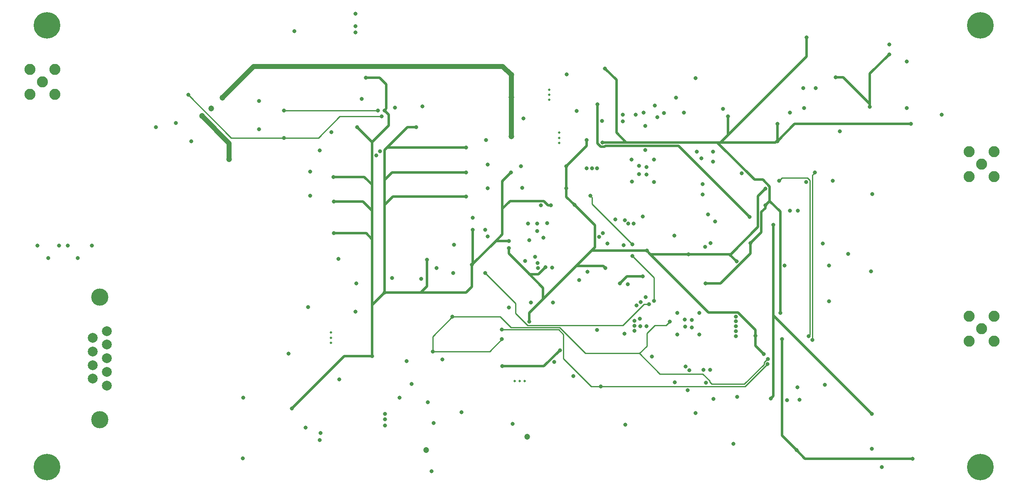
<source format=gbr>
G04 #@! TF.GenerationSoftware,KiCad,Pcbnew,(5.1.2)-1*
G04 #@! TF.CreationDate,2019-08-22T15:05:39-05:00*
G04 #@! TF.ProjectId,EMI_sensor_control_Rev1.0,454d495f-7365-46e7-936f-725f636f6e74,rev?*
G04 #@! TF.SameCoordinates,Original*
G04 #@! TF.FileFunction,Copper,L2,Inr*
G04 #@! TF.FilePolarity,Positive*
%FSLAX46Y46*%
G04 Gerber Fmt 4.6, Leading zero omitted, Abs format (unit mm)*
G04 Created by KiCad (PCBNEW (5.1.2)-1) date 2019-08-22 15:05:39*
%MOMM*%
%LPD*%
G04 APERTURE LIST*
%ADD10C,0.800000*%
%ADD11C,5.400000*%
%ADD12C,2.250000*%
%ADD13C,2.000000*%
%ADD14C,3.500000*%
%ADD15C,0.500000*%
%ADD16C,1.200000*%
%ADD17C,0.250000*%
%ADD18C,1.000000*%
%ADD19C,0.500000*%
G04 APERTURE END LIST*
D10*
X253653891Y-143094109D03*
X252222000Y-142501000D03*
X250790109Y-143094109D03*
X250197000Y-144526000D03*
X250790109Y-145957891D03*
X252222000Y-146551000D03*
X253653891Y-145957891D03*
X254247000Y-144526000D03*
D11*
X252222000Y-144526000D03*
D10*
X63560291Y-143094109D03*
X62128400Y-142501000D03*
X60696509Y-143094109D03*
X60103400Y-144526000D03*
X60696509Y-145957891D03*
X62128400Y-146551000D03*
X63560291Y-145957891D03*
X64153400Y-144526000D03*
D11*
X62128400Y-144526000D03*
D10*
X253653891Y-53076509D03*
X252222000Y-52483400D03*
X250790109Y-53076509D03*
X250197000Y-54508400D03*
X250790109Y-55940291D03*
X252222000Y-56533400D03*
X253653891Y-55940291D03*
X254247000Y-54508400D03*
D11*
X252222000Y-54508400D03*
X62128400Y-54508400D03*
D10*
X64153400Y-54508400D03*
X63560291Y-55940291D03*
X62128400Y-56533400D03*
X60696509Y-55940291D03*
X60103400Y-54508400D03*
X60696509Y-53076509D03*
X62128400Y-52483400D03*
X63560291Y-53076509D03*
D12*
X249936000Y-113792000D03*
X255016000Y-113792000D03*
X255016000Y-118872000D03*
X249936000Y-118872000D03*
X252476000Y-116332000D03*
X249936000Y-80264000D03*
X255016000Y-80264000D03*
X255016000Y-85344000D03*
X249936000Y-85344000D03*
X252476000Y-82804000D03*
X63764160Y-68620640D03*
X58684160Y-68620640D03*
X58684160Y-63540640D03*
X63764160Y-63540640D03*
X61224160Y-66080640D03*
D13*
X74318000Y-127904500D03*
X71478000Y-126519500D03*
X74318000Y-125134500D03*
X71478000Y-123749500D03*
X74318000Y-122364500D03*
X71478000Y-120979500D03*
X74318000Y-119594500D03*
X71478000Y-118209500D03*
X74318000Y-116824500D03*
D14*
X72898000Y-109869500D03*
X72898000Y-134859500D03*
D15*
X119967000Y-117130800D03*
X119967000Y-118160800D03*
X119967000Y-119190800D03*
X166512500Y-76414600D03*
X166512500Y-77444600D03*
X166512500Y-78474600D03*
X164404300Y-69686200D03*
X164404300Y-68656200D03*
X164404300Y-67626200D03*
X159475200Y-127022600D03*
X158445200Y-127022600D03*
X157415200Y-127022600D03*
D10*
X88392000Y-74422000D03*
X161991040Y-94909640D03*
X163220400Y-97779840D03*
X162006280Y-96464120D03*
X160375600Y-98277680D03*
X163997640Y-94863920D03*
X160126680Y-94904560D03*
X184277000Y-84950300D03*
X182702200Y-83172300D03*
X181229000Y-81851500D03*
X185750200Y-81851500D03*
X184226200Y-83375500D03*
X182753000Y-84848700D03*
X185750200Y-86423500D03*
X181279800Y-86372700D03*
X181767053Y-115768547D03*
X181813200Y-114706400D03*
X192210200Y-124053600D03*
X190474600Y-113093500D03*
X194995800Y-113080800D03*
X190531750Y-117532150D03*
X194970400Y-117551200D03*
X192024000Y-114503200D03*
X193478150Y-114541300D03*
X192156080Y-115935760D03*
X193496499Y-116078701D03*
X197840600Y-130606800D03*
X202488800Y-113853689D03*
X179933600Y-135890000D03*
X195671392Y-88961008D03*
X195655298Y-86894302D03*
X198235400Y-94488000D03*
X196785400Y-93065600D03*
X196189600Y-99632600D03*
X183054838Y-110896610D03*
X197785147Y-80233947D03*
X197769053Y-82300653D03*
X203657200Y-84632800D03*
X194499400Y-80310147D03*
X195462243Y-81649801D03*
X223621600Y-76149200D03*
X216154000Y-67310000D03*
X190296800Y-69291200D03*
X183997600Y-79959200D03*
X179425600Y-74066400D03*
X175209200Y-74015600D03*
X165201600Y-110998000D03*
X160680400Y-110998000D03*
X158699200Y-83261200D03*
X121500900Y-102082600D03*
X115778280Y-89245440D03*
X115773200Y-84328000D03*
X120091200Y-76250800D03*
X138379200Y-106172000D03*
X135382000Y-122936000D03*
X140716000Y-120954800D03*
X144729200Y-113893600D03*
X154787600Y-118465600D03*
X125018800Y-112877600D03*
X115316000Y-111963200D03*
X121666000Y-126695200D03*
X145084800Y-99263200D03*
X126288800Y-69545200D03*
X138633200Y-71018400D03*
X151587200Y-77927200D03*
X125120400Y-107137200D03*
X151942800Y-97536000D03*
X151942800Y-87680800D03*
X151892000Y-82905600D03*
X165455600Y-123088400D03*
X244348000Y-72694800D03*
X237286800Y-71374000D03*
X237286800Y-61925200D03*
X216306400Y-71374000D03*
X159202120Y-73482200D03*
X168021000Y-64561720D03*
X230266240Y-88894920D03*
X232140760Y-144526000D03*
X230129080Y-140776960D03*
X213451440Y-92288360D03*
X211282280Y-86182200D03*
X217288280Y-117866160D03*
X208937647Y-122494825D03*
X220568520Y-127797560D03*
X215427560Y-130815080D03*
X212345640Y-103444040D03*
X136428480Y-127558800D03*
X146608800Y-133329680D03*
X157012640Y-135740140D03*
X140464540Y-145359120D03*
X105346500Y-69977000D03*
X105346500Y-75692000D03*
X131000500Y-136080500D03*
X140906500Y-135572500D03*
X62420500Y-101917500D03*
X68453000Y-101917500D03*
X71310500Y-99441000D03*
X60198000Y-99377500D03*
X66357500Y-99441000D03*
X64579500Y-99441000D03*
X114808000Y-136525000D03*
X102108000Y-130429000D03*
X102044500Y-142748000D03*
X132461000Y-105981500D03*
X169996291Y-72015791D03*
X188954287Y-114893213D03*
X229997000Y-104648000D03*
X180398847Y-107256153D03*
X84338160Y-75260200D03*
X133060440Y-71333360D03*
X142656560Y-122580400D03*
X158912560Y-87630000D03*
X233700320Y-58450480D03*
X124968000Y-55981600D03*
X124968000Y-54660800D03*
X124968000Y-52171600D03*
D16*
X93726000Y-73025000D03*
D10*
X133921500Y-130429000D03*
D16*
X95631000Y-71501000D03*
X97853500Y-69278500D03*
X139382500Y-141097000D03*
X159956500Y-138366500D03*
X99250500Y-81788000D03*
X156718000Y-64643000D03*
X156718000Y-69151500D03*
X156718000Y-77152500D03*
D10*
X220116400Y-98958400D03*
X225348800Y-101092000D03*
X233680000Y-60452000D03*
X222758000Y-65074800D03*
X174233840Y-70601840D03*
X205247240Y-93568520D03*
X210093560Y-95173800D03*
X230118920Y-133659880D03*
X209539840Y-130595200D03*
X229753160Y-71130160D03*
X205435200Y-98907600D03*
X216865200Y-56946800D03*
X210921600Y-78130400D03*
X210921600Y-74625200D03*
X200812400Y-73101200D03*
X208483200Y-91186000D03*
X175768000Y-63296800D03*
X175310800Y-78384400D03*
X238099600Y-74625200D03*
X214812880Y-141102080D03*
X238470440Y-142808960D03*
X211480400Y-113136680D03*
X211846160Y-118430040D03*
X196293740Y-107111800D03*
X183499760Y-105651300D03*
X178798220Y-107091480D03*
X170497500Y-106426000D03*
X154876500Y-123952000D03*
X166610200Y-120713500D03*
X156210000Y-98450400D03*
X164744400Y-91186000D03*
X156667200Y-84531200D03*
X147523200Y-89433400D03*
X147510500Y-84467700D03*
X147485100Y-79438500D03*
X137325100Y-75272900D03*
X125298200Y-75285600D03*
X120535700Y-85394800D03*
X120573800Y-90411300D03*
X120611900Y-96888300D03*
X139547600Y-102311200D03*
X141510742Y-104005658D03*
X128371600Y-121920000D03*
X130911600Y-108966000D03*
X148691600Y-103327200D03*
X148894800Y-96163800D03*
X112014000Y-132588000D03*
X127063500Y-65214500D03*
X130873500Y-71882000D03*
X184302400Y-100431600D03*
X206451200Y-117754400D03*
X202590400Y-102616000D03*
X192836800Y-101142800D03*
X156210000Y-99872800D03*
X160375600Y-114909600D03*
X175871498Y-103939120D03*
X169621200Y-91135200D03*
X167944800Y-87731600D03*
X167894000Y-83261200D03*
X172059600Y-77876400D03*
X208483200Y-87782400D03*
X208127600Y-121462800D03*
X163672520Y-103809800D03*
X154787600Y-116535200D03*
X174904400Y-128066800D03*
X208930240Y-123494800D03*
X218013280Y-118618000D03*
X218526360Y-84546440D03*
X161526200Y-101650800D03*
X162763200Y-91186000D03*
X156217620Y-112001300D03*
X191871600Y-72302200D03*
X186486800Y-73202800D03*
X194259200Y-65264200D03*
X185964599Y-70852200D03*
X179425600Y-72745600D03*
X183954700Y-75031600D03*
X183006575Y-115788869D03*
X197243700Y-124726700D03*
X184262545Y-115803700D03*
X185369200Y-121970800D03*
X192659000Y-128905000D03*
X190035447Y-127270247D03*
X194208400Y-133502400D03*
X182880000Y-114303701D03*
X174193200Y-116586000D03*
X179730400Y-117348000D03*
X192971242Y-124808990D03*
X202488800Y-114853692D03*
X117856000Y-137604500D03*
X130004953Y-80195353D03*
X129221600Y-81026000D03*
X117729000Y-139065000D03*
X139700000Y-131363720D03*
X111394240Y-121394220D03*
X181762400Y-116789200D03*
X117718840Y-79987140D03*
X112572800Y-55727600D03*
X131000500Y-134810500D03*
X131000500Y-133693830D03*
X199796400Y-71577200D03*
X182067200Y-72694800D03*
X169367200Y-125984000D03*
X195884800Y-124714000D03*
X110426500Y-71882000D03*
X129536200Y-71882000D03*
X91567000Y-78168500D03*
X110426500Y-77470000D03*
X130302000Y-73088500D03*
X90932000Y-68707000D03*
X215036400Y-92303600D03*
X213461600Y-72288400D03*
X218744800Y-67310000D03*
X187807600Y-72390000D03*
X183669601Y-72302200D03*
X202692000Y-130238500D03*
X201930000Y-139763500D03*
X221386400Y-103505000D03*
X221386400Y-110744000D03*
X222148400Y-86182200D03*
X216738200Y-86410800D03*
X212902800Y-130860800D03*
X215011000Y-128295400D03*
X196392800Y-127304800D03*
X197307200Y-98907600D03*
X182258574Y-111583967D03*
X202488800Y-117853701D03*
X144881600Y-104966600D03*
X172026580Y-83624420D03*
X184767220Y-111307880D03*
X151361140Y-104960420D03*
X202488800Y-116853698D03*
X173194067Y-83618029D03*
X159530880Y-102542340D03*
X185742580Y-110656200D03*
X181378860Y-101551740D03*
X181373780Y-99159060D03*
X172791670Y-89281550D03*
X202488800Y-115853695D03*
X184099200Y-109931200D03*
X172212000Y-104712600D03*
X162026200Y-102993930D03*
X174193200Y-83659700D03*
X162176263Y-103984768D03*
X177922347Y-94102347D03*
X179862053Y-94213253D03*
X175361600Y-96875600D03*
X180543200Y-94960160D03*
X174599600Y-97586800D03*
X181610000Y-94945200D03*
X176326800Y-98958400D03*
X183464599Y-93463071D03*
X165016626Y-103862731D03*
X151434800Y-96163800D03*
X148844000Y-93713800D03*
X189941200Y-97383600D03*
X179578000Y-99314000D03*
D17*
X140716000Y-120954800D02*
X140716000Y-117906800D01*
X140716000Y-117906800D02*
X144729200Y-113893600D01*
X152298400Y-120954800D02*
X140716000Y-120954800D01*
X154787600Y-118465600D02*
X152298400Y-120954800D01*
X144729200Y-113893600D02*
X154432000Y-113893600D01*
X156623590Y-116085190D02*
X166556401Y-116085191D01*
X154432000Y-113893600D02*
X156623590Y-116085190D01*
X166556401Y-116085191D02*
X171832410Y-121361200D01*
X171832410Y-121361200D02*
X182829200Y-121361200D01*
X216997280Y-85577680D02*
X217563270Y-86143670D01*
X211282280Y-86182200D02*
X211886800Y-85577680D01*
X211886800Y-85577680D02*
X216997280Y-85577680D01*
X217563270Y-86143670D02*
X217563270Y-117591170D01*
X217563270Y-117591170D02*
X217288280Y-117866160D01*
X187001991Y-125533991D02*
X182829200Y-121361200D01*
X195694993Y-125533991D02*
X187001991Y-125533991D01*
X197117801Y-126956799D02*
X195694993Y-125533991D01*
X197117801Y-127186521D02*
X197117801Y-126956799D01*
X208937647Y-122494825D02*
X208857213Y-122494825D01*
X208857213Y-122494825D02*
X208183480Y-123168558D01*
X208183480Y-123168558D02*
X208183480Y-123605150D01*
X208183480Y-123605150D02*
X204171840Y-127616790D01*
X204171840Y-127616790D02*
X197548070Y-127616790D01*
X197548070Y-127616790D02*
X197117801Y-127186521D01*
X188226700Y-115620800D02*
X188954287Y-114893213D01*
X185978800Y-115620800D02*
X188226700Y-115620800D01*
X184302400Y-117297200D02*
X185978800Y-115620800D01*
X182829200Y-121361200D02*
X184302400Y-119888000D01*
X184302400Y-119888000D02*
X184302400Y-117297200D01*
D18*
X99250500Y-78549500D02*
X99250500Y-81788000D01*
X93726000Y-73025000D02*
X99250500Y-78549500D01*
X154949979Y-62874979D02*
X156718000Y-64643000D01*
X97853500Y-69278500D02*
X104257021Y-62874979D01*
X104257021Y-62874979D02*
X154949979Y-62874979D01*
X156718000Y-64643000D02*
X156718000Y-69151500D01*
X156718000Y-69151500D02*
X156718000Y-77152500D01*
D19*
X174233840Y-78565442D02*
X174902799Y-79234401D01*
X174233840Y-70601840D02*
X174233840Y-78565442D01*
X174902799Y-79234401D02*
X175718801Y-79234401D01*
X175718801Y-79234401D02*
X175868792Y-79084410D01*
X175868792Y-79084410D02*
X190763130Y-79084410D01*
X190763130Y-79084410D02*
X205247240Y-93568520D01*
X210093560Y-95173800D02*
X210093560Y-113634520D01*
X210093560Y-113634520D02*
X230118920Y-133659880D01*
X210093560Y-113634520D02*
X210093560Y-130041480D01*
X210093560Y-130041480D02*
X209539840Y-130595200D01*
X223323685Y-65074800D02*
X222758000Y-65074800D01*
X224263485Y-65074800D02*
X223323685Y-65074800D01*
X229753160Y-70564475D02*
X224263485Y-65074800D01*
X229753160Y-71130160D02*
X229753160Y-70564475D01*
X229753160Y-64378840D02*
X233680000Y-60452000D01*
X229753160Y-70564475D02*
X229753160Y-64378840D01*
X209333201Y-90335999D02*
X208883199Y-90786001D01*
X209333201Y-87374399D02*
X209333201Y-90335999D01*
X207935590Y-85976788D02*
X209333201Y-87374399D01*
X208883199Y-90786001D02*
X208483200Y-91186000D01*
X206259190Y-85976788D02*
X207935590Y-85976788D01*
X198666802Y-78384400D02*
X206259190Y-85976788D01*
X198666802Y-78384400D02*
X199339200Y-78384400D01*
X200812400Y-76911200D02*
X200812400Y-73101200D01*
X199339200Y-78384400D02*
X200812400Y-76911200D01*
X210718400Y-78130400D02*
X210921600Y-78130400D01*
X199339200Y-78384400D02*
X210464400Y-78384400D01*
X210464400Y-78384400D02*
X210718400Y-78130400D01*
X210921600Y-78130400D02*
X210921600Y-74625200D01*
X216865200Y-60858400D02*
X216865200Y-56946800D01*
X200812400Y-76911200D02*
X216865200Y-60858400D01*
X214426800Y-74625200D02*
X210921600Y-78130400D01*
X238099600Y-74625200D02*
X214426800Y-74625200D01*
X180319680Y-78384400D02*
X180136800Y-78384400D01*
X180319680Y-78384400D02*
X198666802Y-78384400D01*
X175310800Y-78384400D02*
X180319680Y-78384400D01*
X180136800Y-78384400D02*
X178135280Y-76382880D01*
X178135280Y-65664080D02*
X175768000Y-63296800D01*
X178135280Y-76382880D02*
X178135280Y-65664080D01*
X205835199Y-98507601D02*
X205435200Y-98907600D01*
X207659210Y-96683590D02*
X205835199Y-98507601D01*
X207659210Y-92575675D02*
X207659210Y-96683590D01*
X208483200Y-91751685D02*
X207659210Y-92575675D01*
X208483200Y-91186000D02*
X208483200Y-91751685D01*
X209333201Y-90335999D02*
X211495640Y-92498438D01*
X211495640Y-92498438D02*
X211495640Y-113121440D01*
X211495640Y-113121440D02*
X211480400Y-113136680D01*
X211846160Y-138135360D02*
X214812880Y-141102080D01*
X211846160Y-118430040D02*
X211846160Y-138135360D01*
X216519760Y-142808960D02*
X238470440Y-142808960D01*
X214812880Y-141102080D02*
X216519760Y-142808960D01*
X199352602Y-107111800D02*
X196293740Y-107111800D01*
X205435200Y-98907600D02*
X205435200Y-101029202D01*
X205435200Y-101029202D02*
X199352602Y-107111800D01*
X180238400Y-105651300D02*
X178798220Y-107091480D01*
X183499760Y-105651300D02*
X180238400Y-105651300D01*
X154876500Y-123952000D02*
X163371700Y-123952000D01*
X163371700Y-123952000D02*
X166610200Y-120713500D01*
D17*
X141242058Y-104005658D02*
X141510742Y-104005658D01*
D19*
X128371600Y-111506000D02*
X128371600Y-121920000D01*
X130911600Y-108966000D02*
X128371600Y-111506000D01*
X130911600Y-108966000D02*
X131477285Y-108966000D01*
X139547600Y-107696000D02*
X138277600Y-108966000D01*
X139547600Y-102311200D02*
X139547600Y-107696000D01*
X131477285Y-108966000D02*
X138277600Y-108966000D01*
X146964400Y-108966000D02*
X147523200Y-108966000D01*
X146964400Y-108966000D02*
X147320000Y-108966000D01*
X138277600Y-108966000D02*
X146964400Y-108966000D01*
X148691600Y-107797600D02*
X148691600Y-103327200D01*
X147523200Y-108966000D02*
X148691600Y-107797600D01*
X148691600Y-103327200D02*
X153568400Y-98450400D01*
X155644315Y-98450400D02*
X153568400Y-98450400D01*
X156210000Y-98450400D02*
X155644315Y-98450400D01*
X154889200Y-97129600D02*
X153568400Y-98450400D01*
X154889200Y-86309200D02*
X155041600Y-86156800D01*
X148894800Y-103124000D02*
X148691600Y-103327200D01*
X148894800Y-96163800D02*
X148894800Y-103124000D01*
X135597900Y-75272900D02*
X137325100Y-75272900D01*
X146906715Y-79425800D02*
X131445000Y-79425800D01*
X146919415Y-79438500D02*
X146906715Y-79425800D01*
X147485100Y-79438500D02*
X146919415Y-79438500D01*
X130911600Y-79959200D02*
X131445000Y-79425800D01*
X131445000Y-79425800D02*
X135597900Y-75272900D01*
X132448300Y-84467700D02*
X130911600Y-86004400D01*
X147510500Y-84467700D02*
X132448300Y-84467700D01*
X130911600Y-86004400D02*
X130911600Y-79959200D01*
X132562600Y-89433400D02*
X130911600Y-91084400D01*
X147523200Y-89433400D02*
X132562600Y-89433400D01*
X130911600Y-108966000D02*
X130911600Y-91084400D01*
X130911600Y-91084400D02*
X130911600Y-86004400D01*
X128371600Y-78359000D02*
X128371600Y-78727300D01*
X125298200Y-75285600D02*
X128371600Y-78359000D01*
X126796800Y-85394800D02*
X128371600Y-86969600D01*
X120535700Y-85394800D02*
X126796800Y-85394800D01*
X128371600Y-86969600D02*
X128371600Y-78727300D01*
X126530100Y-90411300D02*
X128371600Y-92252800D01*
X120573800Y-90411300D02*
X126530100Y-90411300D01*
X128371600Y-92252800D02*
X128371600Y-86969600D01*
X127165100Y-96888300D02*
X128371600Y-98094800D01*
X120611900Y-96888300D02*
X127165100Y-96888300D01*
X128371600Y-111506000D02*
X128371600Y-98094800D01*
X128371600Y-98094800D02*
X128371600Y-92252800D01*
X154889200Y-86309200D02*
X156667200Y-84531200D01*
X156440241Y-90335999D02*
X154889200Y-91887040D01*
X163328714Y-90335999D02*
X156440241Y-90335999D01*
X164178715Y-91186000D02*
X163328714Y-90335999D01*
X164744400Y-91186000D02*
X164178715Y-91186000D01*
X154889200Y-97129600D02*
X154889200Y-91887040D01*
X154889200Y-91887040D02*
X154889200Y-86309200D01*
X128371600Y-121920000D02*
X122682000Y-121920000D01*
X122682000Y-121920000D02*
X112014000Y-132588000D01*
X129921000Y-65214500D02*
X127063500Y-65214500D01*
X128371600Y-78359000D02*
X128371600Y-78320900D01*
X128371600Y-78320900D02*
X131762500Y-74930000D01*
X131762500Y-72771000D02*
X130873500Y-71882000D01*
X131762500Y-74930000D02*
X131762500Y-72771000D01*
X131273499Y-66566999D02*
X129921000Y-65214500D01*
X131273499Y-71482001D02*
X131273499Y-66566999D01*
X130873500Y-71882000D02*
X131273499Y-71482001D01*
X183736715Y-100431600D02*
X184302400Y-100431600D01*
X173063602Y-100431600D02*
X183736715Y-100431600D01*
X160375600Y-114909600D02*
X160375600Y-113119602D01*
X156210000Y-99872800D02*
X156210000Y-101041200D01*
X156210000Y-101041200D02*
X160003569Y-104834769D01*
X163189001Y-108020201D02*
X163189001Y-110306201D01*
X160003569Y-104834769D02*
X163189001Y-108020201D01*
X160375600Y-113119602D02*
X163189001Y-110306201D01*
X169956081Y-103539121D02*
X169843801Y-103651401D01*
X175471499Y-103539121D02*
X169956081Y-103539121D01*
X175871498Y-103939120D02*
X175471499Y-103539121D01*
X163189001Y-110306201D02*
X169843801Y-103651401D01*
X169843801Y-103651401D02*
X173063602Y-100431600D01*
X185013600Y-101142800D02*
X192836800Y-101142800D01*
X201117200Y-101142800D02*
X202590400Y-102616000D01*
X192836800Y-101142800D02*
X201117200Y-101142800D01*
X173749599Y-99745603D02*
X173063602Y-100431600D01*
X173749599Y-95263599D02*
X173749599Y-99745603D01*
X169621200Y-91135200D02*
X173749599Y-95263599D01*
X167944800Y-89458800D02*
X167944800Y-87731600D01*
X169621200Y-91135200D02*
X167944800Y-89458800D01*
X167944800Y-83312000D02*
X167894000Y-83261200D01*
X167944800Y-87731600D02*
X167944800Y-83312000D01*
X172059600Y-79095600D02*
X172059600Y-77876400D01*
X167894000Y-83261200D02*
X172059600Y-79095600D01*
X201117200Y-101142800D02*
X201422000Y-101142800D01*
X201422000Y-101142800D02*
X206959200Y-95605600D01*
X206959200Y-89306400D02*
X208483200Y-87782400D01*
X206959200Y-95605600D02*
X206959200Y-89306400D01*
X184759600Y-100888800D02*
X185013600Y-101142800D01*
X184302400Y-100431600D02*
X184759600Y-100888800D01*
X206451200Y-117188715D02*
X206451200Y-117754400D01*
X206451200Y-116558087D02*
X206451200Y-117188715D01*
X202896801Y-113003688D02*
X206451200Y-116558087D01*
X196874488Y-113003688D02*
X202896801Y-113003688D01*
X184759600Y-100888800D02*
X196874488Y-113003688D01*
X208127600Y-121462800D02*
X206451200Y-119786400D01*
X206451200Y-119786400D02*
X206451200Y-117754400D01*
X160411160Y-105242360D02*
X160003569Y-104834769D01*
X162239960Y-105242360D02*
X160411160Y-105242360D01*
X163672520Y-103809800D02*
X162239960Y-105242360D01*
D17*
X174904400Y-128066800D02*
X172974000Y-128066800D01*
X172974000Y-128066800D02*
X167335200Y-122428000D01*
X167335200Y-122428000D02*
X167335200Y-117500400D01*
X166370000Y-116535200D02*
X154787600Y-116535200D01*
X167335200Y-117500400D02*
X166370000Y-116535200D01*
X174904400Y-128066800D02*
X196703802Y-128066800D01*
X196703802Y-128066800D02*
X204358240Y-128066800D01*
X204358240Y-128066800D02*
X208930240Y-123494800D01*
X218013280Y-118618000D02*
X218013280Y-85059520D01*
X218013280Y-85059520D02*
X218526360Y-84546440D01*
X110426500Y-71882000D02*
X110992185Y-71882000D01*
X110992185Y-71882000D02*
X129536200Y-71882000D01*
X110426500Y-77470000D02*
X117411500Y-77470000D01*
X117411500Y-77470000D02*
X121793000Y-73088500D01*
X121793000Y-73088500D02*
X130302000Y-73088500D01*
X110426500Y-77470000D02*
X99695000Y-77470000D01*
X99695000Y-77470000D02*
X90932000Y-68707000D01*
X183716570Y-111307880D02*
X179389849Y-115634601D01*
X184767220Y-111307880D02*
X183716570Y-111307880D01*
X179389849Y-115634601D02*
X160027599Y-115634601D01*
X160027599Y-115634601D02*
X157591760Y-113198762D01*
X157591760Y-113198762D02*
X157591760Y-111191040D01*
X157591760Y-111191040D02*
X151361140Y-104960420D01*
X185742580Y-110656200D02*
X185742580Y-105915460D01*
X185742580Y-105915460D02*
X181378860Y-101551740D01*
X181373780Y-99159060D02*
X173194067Y-90979347D01*
X173194067Y-89683947D02*
X172791670Y-89281550D01*
X173194067Y-90979347D02*
X173194067Y-89683947D01*
M02*

</source>
